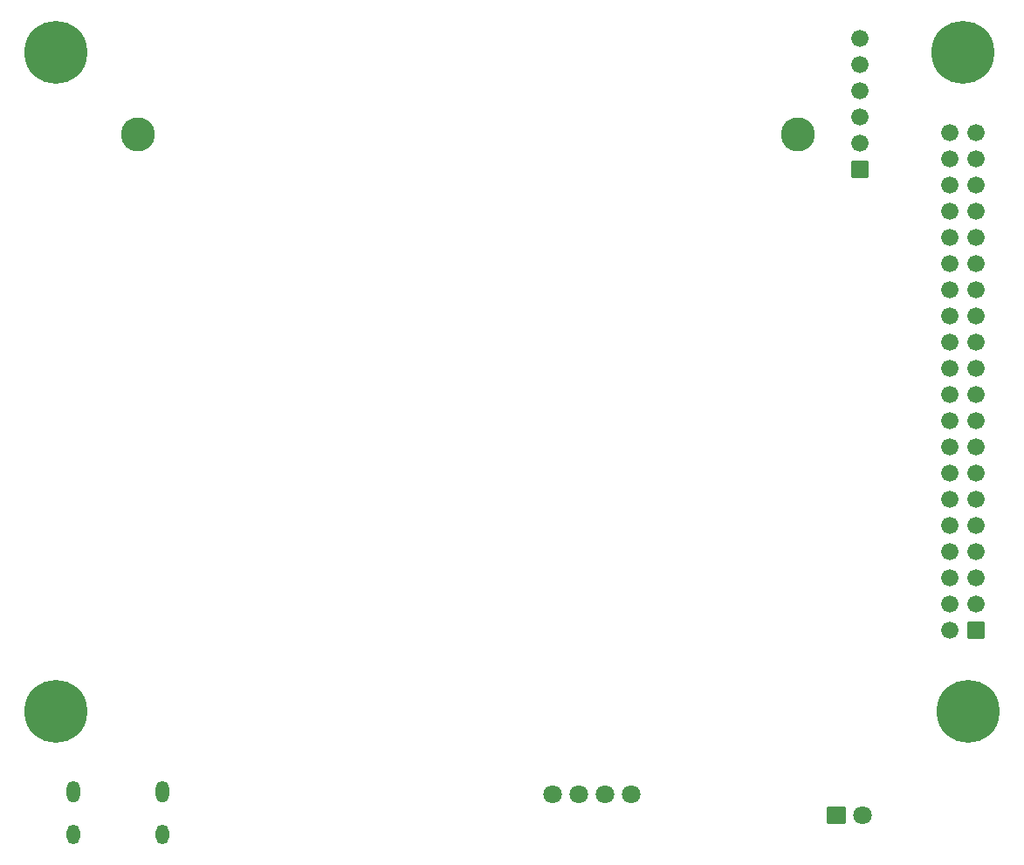
<source format=gbs>
G04 Layer: BottomSolderMaskLayer*
G04 EasyEDA v6.5.22, 2022-12-22 19:42:36*
G04 63d54b84b90b4e81b1216e971f4bcc08,b137401b17fb4d15a04862e99c0880a0,10*
G04 Gerber Generator version 0.2*
G04 Scale: 100 percent, Rotated: No, Reflected: No *
G04 Dimensions in millimeters *
G04 leading zeros omitted , absolute positions ,4 integer and 5 decimal *
%FSLAX45Y45*%
%MOMM*%

%AMMACRO1*1,1,$1,$2,$3*1,1,$1,$4,$5*1,1,$1,0-$2,0-$3*1,1,$1,0-$4,0-$5*20,1,$1,$2,$3,$4,$5,0*20,1,$1,$4,$5,0-$2,0-$3,0*20,1,$1,0-$2,0-$3,0-$4,0-$5,0*20,1,$1,0-$4,0-$5,$2,$3,0*4,1,4,$2,$3,$4,$5,0-$2,0-$3,0-$4,0-$5,$2,$3,0*%
%ADD10O,1.3015976000000002X1.9015964*%
%ADD11O,1.3015976000000002X2.1015960000000002*%
%ADD12MACRO1,0.1016X-0.85X0.7874X0.85X0.7874*%
%ADD13C,1.8016*%
%ADD14MACRO1,0.1016X-0.7874X-0.7874X-0.7874X0.7874*%
%ADD15C,1.6764*%
%ADD16C,6.1016*%
%ADD17C,3.3016*%

%LPD*%
D10*
G01*
X-3831996Y-4791506D03*
G01*
X-2967989Y-4791506D03*
D11*
G01*
X-2967989Y-4373498D03*
G01*
X-3831996Y-4373498D03*
D12*
G01*
X3573019Y-4599990D03*
D13*
G01*
X3827018Y-4599990D03*
D14*
G01*
X4927092Y-2813100D03*
D15*
G01*
X4673091Y-2813100D03*
G01*
X4927091Y-2559100D03*
G01*
X4673091Y-2559100D03*
G01*
X4927091Y-2305100D03*
G01*
X4673091Y-2305100D03*
G01*
X4927091Y-2051100D03*
G01*
X4673091Y-2051100D03*
G01*
X4927091Y-1797100D03*
G01*
X4673091Y-1797100D03*
G01*
X4927091Y-1543100D03*
G01*
X4673091Y-1543100D03*
G01*
X4927091Y-1289100D03*
G01*
X4673091Y-1289100D03*
G01*
X4927091Y-1035100D03*
G01*
X4673091Y-1035100D03*
G01*
X4927091Y-781100D03*
G01*
X4673091Y-781100D03*
G01*
X4927091Y-527100D03*
G01*
X4673091Y-527100D03*
G01*
X4927091Y-273100D03*
G01*
X4673091Y-273100D03*
G01*
X4927091Y-19100D03*
G01*
X4673091Y-19100D03*
G01*
X4927091Y234899D03*
G01*
X4673091Y234899D03*
G01*
X4927091Y488899D03*
G01*
X4673091Y488899D03*
G01*
X4927091Y742899D03*
G01*
X4673091Y742899D03*
G01*
X4927091Y996899D03*
G01*
X4673091Y996899D03*
G01*
X4927091Y1250899D03*
G01*
X4673091Y1250899D03*
G01*
X4927091Y1504899D03*
G01*
X4673091Y1504899D03*
G01*
X4927091Y1758899D03*
G01*
X4673091Y1758899D03*
G01*
X4927091Y2012899D03*
G01*
X4673091Y2012899D03*
G01*
X3800093Y2934919D03*
G01*
X3800093Y2680919D03*
G01*
X3800093Y2426919D03*
G01*
X3800093Y2172919D03*
G01*
X3800093Y1918919D03*
D14*
G01*
X3800094Y1664919D03*
D13*
G01*
X818895Y-4400092D03*
G01*
X1072895Y-4400092D03*
G01*
X1326895Y-4400092D03*
G01*
X1580895Y-4400092D03*
D16*
G01*
X-3999992Y-3599992D03*
G01*
X4850002Y-3599992D03*
G01*
X4799990Y2799994D03*
G01*
X-3999992Y2799994D03*
D17*
G01*
X3199993Y1999995D03*
G01*
X-3199993Y1999995D03*
M02*

</source>
